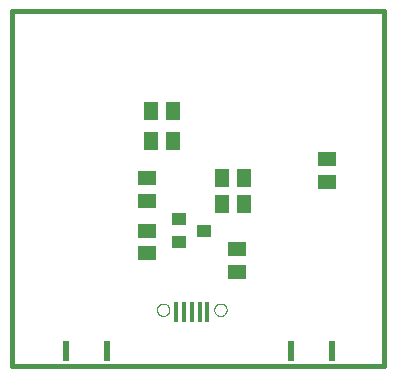
<source format=gbp>
G75*
%MOIN*%
%OFA0B0*%
%FSLAX25Y25*%
%IPPOS*%
%LPD*%
%AMOC8*
5,1,8,0,0,1.08239X$1,22.5*
%
%ADD10C,0.01600*%
%ADD11R,0.04724X0.04000*%
%ADD12R,0.01575X0.06890*%
%ADD13C,0.00000*%
%ADD14R,0.05906X0.05118*%
%ADD15R,0.05118X0.05906*%
%ADD16R,0.02362X0.06693*%
D10*
X0008250Y0005000D02*
X0008250Y0123110D01*
X0132266Y0123110D01*
X0132266Y0005000D01*
X0008250Y0005000D01*
D11*
X0064077Y0046260D03*
X0072423Y0050000D03*
X0064077Y0053740D03*
D12*
X0063132Y0022815D03*
X0065691Y0022815D03*
X0068250Y0022815D03*
X0070809Y0022815D03*
X0073368Y0022815D03*
D13*
X0075730Y0023622D02*
X0075732Y0023713D01*
X0075738Y0023803D01*
X0075748Y0023894D01*
X0075762Y0023983D01*
X0075780Y0024072D01*
X0075801Y0024161D01*
X0075827Y0024248D01*
X0075856Y0024334D01*
X0075890Y0024418D01*
X0075926Y0024501D01*
X0075967Y0024583D01*
X0076011Y0024662D01*
X0076058Y0024740D01*
X0076109Y0024815D01*
X0076163Y0024888D01*
X0076220Y0024958D01*
X0076280Y0025026D01*
X0076343Y0025092D01*
X0076409Y0025154D01*
X0076478Y0025213D01*
X0076549Y0025270D01*
X0076623Y0025323D01*
X0076699Y0025373D01*
X0076777Y0025420D01*
X0076857Y0025463D01*
X0076938Y0025502D01*
X0077022Y0025538D01*
X0077107Y0025570D01*
X0077193Y0025599D01*
X0077280Y0025623D01*
X0077369Y0025644D01*
X0077458Y0025661D01*
X0077548Y0025674D01*
X0077638Y0025683D01*
X0077729Y0025688D01*
X0077820Y0025689D01*
X0077910Y0025686D01*
X0078001Y0025679D01*
X0078091Y0025668D01*
X0078181Y0025653D01*
X0078270Y0025634D01*
X0078358Y0025612D01*
X0078444Y0025585D01*
X0078530Y0025555D01*
X0078614Y0025521D01*
X0078697Y0025483D01*
X0078778Y0025442D01*
X0078857Y0025397D01*
X0078934Y0025348D01*
X0079008Y0025297D01*
X0079081Y0025242D01*
X0079151Y0025184D01*
X0079218Y0025123D01*
X0079282Y0025059D01*
X0079344Y0024993D01*
X0079403Y0024923D01*
X0079458Y0024852D01*
X0079511Y0024777D01*
X0079560Y0024701D01*
X0079606Y0024623D01*
X0079648Y0024542D01*
X0079687Y0024460D01*
X0079722Y0024376D01*
X0079753Y0024291D01*
X0079780Y0024204D01*
X0079804Y0024117D01*
X0079824Y0024028D01*
X0079840Y0023939D01*
X0079852Y0023849D01*
X0079860Y0023758D01*
X0079864Y0023667D01*
X0079864Y0023577D01*
X0079860Y0023486D01*
X0079852Y0023395D01*
X0079840Y0023305D01*
X0079824Y0023216D01*
X0079804Y0023127D01*
X0079780Y0023040D01*
X0079753Y0022953D01*
X0079722Y0022868D01*
X0079687Y0022784D01*
X0079648Y0022702D01*
X0079606Y0022621D01*
X0079560Y0022543D01*
X0079511Y0022467D01*
X0079458Y0022392D01*
X0079403Y0022321D01*
X0079344Y0022251D01*
X0079282Y0022185D01*
X0079218Y0022121D01*
X0079151Y0022060D01*
X0079081Y0022002D01*
X0079008Y0021947D01*
X0078934Y0021896D01*
X0078857Y0021847D01*
X0078778Y0021802D01*
X0078697Y0021761D01*
X0078614Y0021723D01*
X0078530Y0021689D01*
X0078444Y0021659D01*
X0078358Y0021632D01*
X0078270Y0021610D01*
X0078181Y0021591D01*
X0078091Y0021576D01*
X0078001Y0021565D01*
X0077910Y0021558D01*
X0077820Y0021555D01*
X0077729Y0021556D01*
X0077638Y0021561D01*
X0077548Y0021570D01*
X0077458Y0021583D01*
X0077369Y0021600D01*
X0077280Y0021621D01*
X0077193Y0021645D01*
X0077107Y0021674D01*
X0077022Y0021706D01*
X0076938Y0021742D01*
X0076857Y0021781D01*
X0076777Y0021824D01*
X0076699Y0021871D01*
X0076623Y0021921D01*
X0076549Y0021974D01*
X0076478Y0022031D01*
X0076409Y0022090D01*
X0076343Y0022152D01*
X0076280Y0022218D01*
X0076220Y0022286D01*
X0076163Y0022356D01*
X0076109Y0022429D01*
X0076058Y0022504D01*
X0076011Y0022582D01*
X0075967Y0022661D01*
X0075926Y0022743D01*
X0075890Y0022826D01*
X0075856Y0022910D01*
X0075827Y0022996D01*
X0075801Y0023083D01*
X0075780Y0023172D01*
X0075762Y0023261D01*
X0075748Y0023350D01*
X0075738Y0023441D01*
X0075732Y0023531D01*
X0075730Y0023622D01*
X0056636Y0023622D02*
X0056638Y0023713D01*
X0056644Y0023803D01*
X0056654Y0023894D01*
X0056668Y0023983D01*
X0056686Y0024072D01*
X0056707Y0024161D01*
X0056733Y0024248D01*
X0056762Y0024334D01*
X0056796Y0024418D01*
X0056832Y0024501D01*
X0056873Y0024583D01*
X0056917Y0024662D01*
X0056964Y0024740D01*
X0057015Y0024815D01*
X0057069Y0024888D01*
X0057126Y0024958D01*
X0057186Y0025026D01*
X0057249Y0025092D01*
X0057315Y0025154D01*
X0057384Y0025213D01*
X0057455Y0025270D01*
X0057529Y0025323D01*
X0057605Y0025373D01*
X0057683Y0025420D01*
X0057763Y0025463D01*
X0057844Y0025502D01*
X0057928Y0025538D01*
X0058013Y0025570D01*
X0058099Y0025599D01*
X0058186Y0025623D01*
X0058275Y0025644D01*
X0058364Y0025661D01*
X0058454Y0025674D01*
X0058544Y0025683D01*
X0058635Y0025688D01*
X0058726Y0025689D01*
X0058816Y0025686D01*
X0058907Y0025679D01*
X0058997Y0025668D01*
X0059087Y0025653D01*
X0059176Y0025634D01*
X0059264Y0025612D01*
X0059350Y0025585D01*
X0059436Y0025555D01*
X0059520Y0025521D01*
X0059603Y0025483D01*
X0059684Y0025442D01*
X0059763Y0025397D01*
X0059840Y0025348D01*
X0059914Y0025297D01*
X0059987Y0025242D01*
X0060057Y0025184D01*
X0060124Y0025123D01*
X0060188Y0025059D01*
X0060250Y0024993D01*
X0060309Y0024923D01*
X0060364Y0024852D01*
X0060417Y0024777D01*
X0060466Y0024701D01*
X0060512Y0024623D01*
X0060554Y0024542D01*
X0060593Y0024460D01*
X0060628Y0024376D01*
X0060659Y0024291D01*
X0060686Y0024204D01*
X0060710Y0024117D01*
X0060730Y0024028D01*
X0060746Y0023939D01*
X0060758Y0023849D01*
X0060766Y0023758D01*
X0060770Y0023667D01*
X0060770Y0023577D01*
X0060766Y0023486D01*
X0060758Y0023395D01*
X0060746Y0023305D01*
X0060730Y0023216D01*
X0060710Y0023127D01*
X0060686Y0023040D01*
X0060659Y0022953D01*
X0060628Y0022868D01*
X0060593Y0022784D01*
X0060554Y0022702D01*
X0060512Y0022621D01*
X0060466Y0022543D01*
X0060417Y0022467D01*
X0060364Y0022392D01*
X0060309Y0022321D01*
X0060250Y0022251D01*
X0060188Y0022185D01*
X0060124Y0022121D01*
X0060057Y0022060D01*
X0059987Y0022002D01*
X0059914Y0021947D01*
X0059840Y0021896D01*
X0059763Y0021847D01*
X0059684Y0021802D01*
X0059603Y0021761D01*
X0059520Y0021723D01*
X0059436Y0021689D01*
X0059350Y0021659D01*
X0059264Y0021632D01*
X0059176Y0021610D01*
X0059087Y0021591D01*
X0058997Y0021576D01*
X0058907Y0021565D01*
X0058816Y0021558D01*
X0058726Y0021555D01*
X0058635Y0021556D01*
X0058544Y0021561D01*
X0058454Y0021570D01*
X0058364Y0021583D01*
X0058275Y0021600D01*
X0058186Y0021621D01*
X0058099Y0021645D01*
X0058013Y0021674D01*
X0057928Y0021706D01*
X0057844Y0021742D01*
X0057763Y0021781D01*
X0057683Y0021824D01*
X0057605Y0021871D01*
X0057529Y0021921D01*
X0057455Y0021974D01*
X0057384Y0022031D01*
X0057315Y0022090D01*
X0057249Y0022152D01*
X0057186Y0022218D01*
X0057126Y0022286D01*
X0057069Y0022356D01*
X0057015Y0022429D01*
X0056964Y0022504D01*
X0056917Y0022582D01*
X0056873Y0022661D01*
X0056832Y0022743D01*
X0056796Y0022826D01*
X0056762Y0022910D01*
X0056733Y0022996D01*
X0056707Y0023083D01*
X0056686Y0023172D01*
X0056668Y0023261D01*
X0056654Y0023350D01*
X0056644Y0023441D01*
X0056638Y0023531D01*
X0056636Y0023622D01*
D14*
X0053250Y0042510D03*
X0053250Y0049990D03*
X0053250Y0060010D03*
X0053250Y0067490D03*
X0083250Y0043740D03*
X0083250Y0036260D03*
X0113250Y0066260D03*
X0113250Y0073740D03*
D15*
X0085740Y0067500D03*
X0078260Y0067500D03*
X0078260Y0058750D03*
X0085740Y0058750D03*
X0061990Y0080000D03*
X0054510Y0080000D03*
X0054510Y0090000D03*
X0061990Y0090000D03*
D16*
X0040140Y0010000D03*
X0026360Y0010000D03*
X0101360Y0010000D03*
X0115140Y0010000D03*
M02*

</source>
